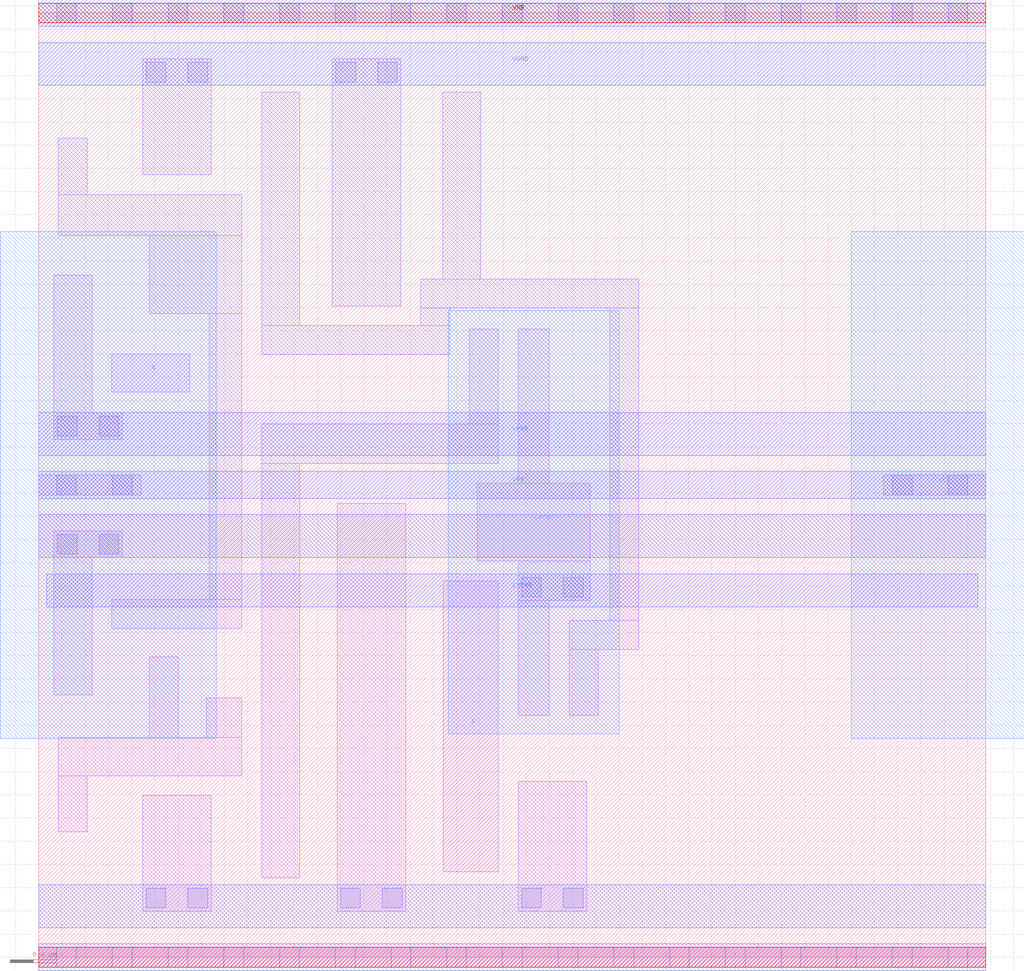
<source format=lef>
# Copyright 2020 The SkyWater PDK Authors
#
# Licensed under the Apache License, Version 2.0 (the "License");
# you may not use this file except in compliance with the License.
# You may obtain a copy of the License at
#
#     https://www.apache.org/licenses/LICENSE-2.0
#
# Unless required by applicable law or agreed to in writing, software
# distributed under the License is distributed on an "AS IS" BASIS,
# WITHOUT WARRANTIES OR CONDITIONS OF ANY KIND, either express or implied.
# See the License for the specific language governing permissions and
# limitations under the License.
#
# SPDX-License-Identifier: Apache-2.0

VERSION 5.7 ;
  NOWIREEXTENSIONATPIN ON ;
  DIVIDERCHAR "/" ;
  BUSBITCHARS "[]" ;
SITE unithvdbl
  SYMMETRY y ;
  CLASS CORE ;
  SIZE  8.160000 BY  8.140000 ;
END unithvdbl
MACRO sky130_fd_sc_hvl__lsbufhv2lv_1
  CLASS CORE ;
  FOREIGN sky130_fd_sc_hvl__lsbufhv2lv_1 ;
  ORIGIN  0.000000  0.000000 ;
  SIZE  8.160000 BY  8.140000 ;
  SYMMETRY X Y ;
  SITE unithvdbl ;
  PIN A
    ANTENNAGATEAREA  0.420000 ;
    DIRECTION INPUT ;
    USE SIGNAL ;
    PORT
      LAYER li1 ;
        RECT 0.630000 4.870000 1.300000 5.200000 ;
    END
  END A
  PIN X
    ANTENNADIFFAREA  0.492900 ;
    DIRECTION OUTPUT ;
    USE SIGNAL ;
    PORT
      LAYER li1 ;
        RECT 3.485000 0.735000 3.960000 3.245000 ;
    END
  END X
  PIN LVPWR
    DIRECTION INOUT ;
    USE POWER ;
    PORT
      LAYER met1 ;
        RECT 0.070000 3.020000 8.090000 3.305000 ;
      LAYER nwell ;
        RECT 3.530000 1.925000 5.000000 5.575000 ;
    END
  END LVPWR
  PIN VGND
    DIRECTION INOUT ;
    USE GROUND ;
    PORT
      LAYER met1 ;
        RECT 0.000000 7.515000 8.160000 7.885000 ;
    END
  END VGND
  PIN VNB
    DIRECTION INOUT ;
    USE GROUND ;
    PORT
      LAYER met1 ;
        RECT 0.000000 8.025000 8.160000 8.255000 ;
      LAYER pwell ;
        RECT 0.000000 8.055000 8.160000 8.225000 ;
    END
  END VNB
  PIN VPB
    DIRECTION INOUT ;
    USE POWER ;
    PORT
      LAYER met1 ;
        RECT 0.000000 3.955000 8.160000 4.185000 ;
      LAYER nwell ;
        RECT -0.330000 1.885000 1.530000 6.255000 ;
        RECT  7.000000 1.885000 8.490000 6.255000 ;
    END
  END VPB
  PIN VPWR
    DIRECTION INOUT ;
    USE POWER ;
    PORT
      LAYER met1 ;
        RECT 0.000000 4.325000 8.160000 4.695000 ;
    END
  END VPWR
  OBS
    LAYER li1 ;
      RECT 0.000000 -0.085000 8.160000 0.085000 ;
      RECT 0.000000  3.985000 0.885000 4.155000 ;
      RECT 0.000000  8.055000 8.160000 8.225000 ;
      RECT 0.130000  2.260000 0.460000 3.445000 ;
      RECT 0.130000  3.445000 0.720000 3.675000 ;
      RECT 0.130000  4.465000 0.720000 4.695000 ;
      RECT 0.130000  4.695000 0.460000 5.880000 ;
      RECT 0.170000  1.080000 0.420000 1.565000 ;
      RECT 0.170000  1.565000 1.750000 1.895000 ;
      RECT 0.170000  6.220000 1.750000 6.575000 ;
      RECT 0.170000  6.575000 0.420000 7.060000 ;
      RECT 0.630000  2.835000 1.750000 3.085000 ;
      RECT 0.895000  0.395000 1.485000 1.395000 ;
      RECT 0.895000  6.745000 1.485000 7.745000 ;
      RECT 0.950000  1.895000 1.200000 2.590000 ;
      RECT 0.950000  5.550000 1.750000 6.220000 ;
      RECT 1.445000  1.895000 1.750000 2.235000 ;
      RECT 1.470000  3.085000 1.750000 5.550000 ;
      RECT 1.920000  0.685000 2.250000 4.255000 ;
      RECT 1.920000  4.255000 3.960000 4.595000 ;
      RECT 1.920000  5.195000 3.540000 5.445000 ;
      RECT 1.920000  5.445000 2.250000 7.455000 ;
      RECT 2.530000  5.615000 3.120000 7.745000 ;
      RECT 2.570000  0.395000 3.160000 3.910000 ;
      RECT 3.290000  5.445000 3.540000 5.595000 ;
      RECT 3.290000  5.595000 5.170000 5.845000 ;
      RECT 3.480000  5.845000 3.810000 7.455000 ;
      RECT 3.710000  4.595000 3.960000 5.415000 ;
      RECT 3.780000  3.415000 4.750000 4.085000 ;
      RECT 4.130000  0.395000 4.720000 1.515000 ;
      RECT 4.130000  2.085000 4.400000 3.075000 ;
      RECT 4.130000  3.075000 4.750000 3.415000 ;
      RECT 4.130000  4.085000 4.400000 5.415000 ;
      RECT 4.570000  2.085000 4.820000 2.655000 ;
      RECT 4.570000  2.655000 5.170000 2.905000 ;
      RECT 4.920000  2.905000 5.170000 5.595000 ;
      RECT 7.275000  3.985000 8.160000 4.155000 ;
    LAYER mcon ;
      RECT 0.155000 -0.085000 0.325000 0.085000 ;
      RECT 0.155000  3.985000 0.325000 4.155000 ;
      RECT 0.155000  8.055000 0.325000 8.225000 ;
      RECT 0.160000  3.475000 0.330000 3.645000 ;
      RECT 0.160000  4.495000 0.330000 4.665000 ;
      RECT 0.520000  3.475000 0.690000 3.645000 ;
      RECT 0.520000  4.495000 0.690000 4.665000 ;
      RECT 0.635000 -0.085000 0.805000 0.085000 ;
      RECT 0.635000  3.985000 0.805000 4.155000 ;
      RECT 0.635000  8.055000 0.805000 8.225000 ;
      RECT 0.925000  0.425000 1.095000 0.595000 ;
      RECT 0.925000  7.545000 1.095000 7.715000 ;
      RECT 1.115000 -0.085000 1.285000 0.085000 ;
      RECT 1.115000  8.055000 1.285000 8.225000 ;
      RECT 1.285000  0.425000 1.455000 0.595000 ;
      RECT 1.285000  7.545000 1.455000 7.715000 ;
      RECT 1.595000 -0.085000 1.765000 0.085000 ;
      RECT 1.595000  8.055000 1.765000 8.225000 ;
      RECT 2.075000 -0.085000 2.245000 0.085000 ;
      RECT 2.075000  8.055000 2.245000 8.225000 ;
      RECT 2.555000 -0.085000 2.725000 0.085000 ;
      RECT 2.555000  8.055000 2.725000 8.225000 ;
      RECT 2.560000  7.545000 2.730000 7.715000 ;
      RECT 2.600000  0.425000 2.770000 0.595000 ;
      RECT 2.920000  7.545000 3.090000 7.715000 ;
      RECT 2.960000  0.425000 3.130000 0.595000 ;
      RECT 3.035000 -0.085000 3.205000 0.085000 ;
      RECT 3.035000  8.055000 3.205000 8.225000 ;
      RECT 3.515000 -0.085000 3.685000 0.085000 ;
      RECT 3.515000  8.055000 3.685000 8.225000 ;
      RECT 3.995000 -0.085000 4.165000 0.085000 ;
      RECT 3.995000  8.055000 4.165000 8.225000 ;
      RECT 4.160000  0.425000 4.330000 0.595000 ;
      RECT 4.160000  3.105000 4.330000 3.275000 ;
      RECT 4.475000 -0.085000 4.645000 0.085000 ;
      RECT 4.475000  8.055000 4.645000 8.225000 ;
      RECT 4.520000  0.425000 4.690000 0.595000 ;
      RECT 4.520000  3.105000 4.690000 3.275000 ;
      RECT 4.955000 -0.085000 5.125000 0.085000 ;
      RECT 4.955000  8.055000 5.125000 8.225000 ;
      RECT 5.435000 -0.085000 5.605000 0.085000 ;
      RECT 5.435000  8.055000 5.605000 8.225000 ;
      RECT 5.915000 -0.085000 6.085000 0.085000 ;
      RECT 5.915000  8.055000 6.085000 8.225000 ;
      RECT 6.395000 -0.085000 6.565000 0.085000 ;
      RECT 6.395000  8.055000 6.565000 8.225000 ;
      RECT 6.875000 -0.085000 7.045000 0.085000 ;
      RECT 6.875000  8.055000 7.045000 8.225000 ;
      RECT 7.355000 -0.085000 7.525000 0.085000 ;
      RECT 7.355000  3.985000 7.525000 4.155000 ;
      RECT 7.355000  8.055000 7.525000 8.225000 ;
      RECT 7.835000 -0.085000 8.005000 0.085000 ;
      RECT 7.835000  3.985000 8.005000 4.155000 ;
      RECT 7.835000  8.055000 8.005000 8.225000 ;
    LAYER met1 ;
      RECT 0.000000 -0.115000 8.160000 0.115000 ;
      RECT 0.000000  0.255000 8.160000 0.625000 ;
      RECT 0.000000  3.445000 8.160000 3.815000 ;
    LAYER pwell ;
      RECT 0.000000 -0.085000 8.160000 0.085000 ;
  END
END sky130_fd_sc_hvl__lsbufhv2lv_1
END LIBRARY

</source>
